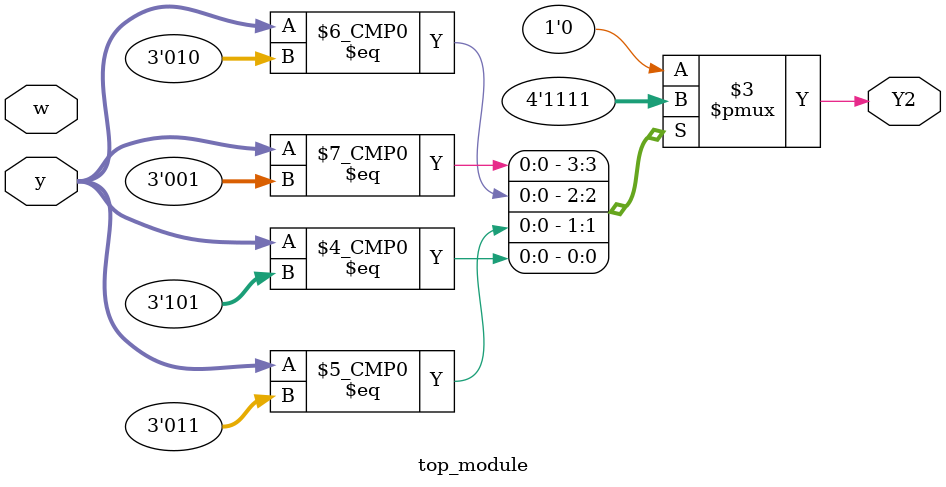
<source format=sv>
module top_module(
	input [3:1] y,
	input w,
	output reg Y2);

	always @(*) begin
		case (y)
			3'b000: Y2 = 1'b0; // A -> B
			3'b001: Y2 = 1'b1; // B -> A
			3'b010: Y2 = 1'b1; // C -> D
			3'b011: Y2 = 1'b1; // D -> A
			3'b100: Y2 = 1'b0; // E -> D
			3'b101: Y2 = 1'b1; // F -> D
			default: Y2 = 1'b0; // Default
		endcase
	end

endmodule

</source>
